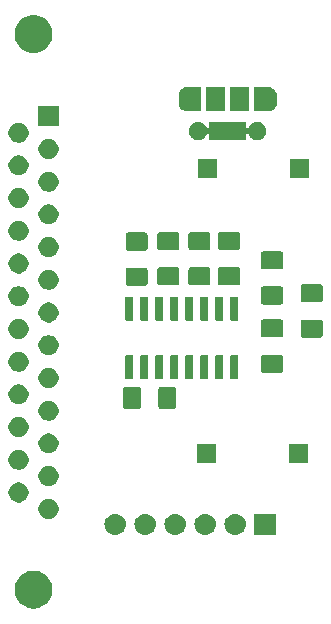
<source format=gbr>
G04 #@! TF.GenerationSoftware,KiCad,Pcbnew,(5.1.4-0-10_14)*
G04 #@! TF.CreationDate,2020-06-27T12:48:12+01:00*
G04 #@! TF.ProjectId,Informer207,496e666f-726d-4657-9232-30372e6b6963,rev?*
G04 #@! TF.SameCoordinates,Original*
G04 #@! TF.FileFunction,Soldermask,Bot*
G04 #@! TF.FilePolarity,Negative*
%FSLAX46Y46*%
G04 Gerber Fmt 4.6, Leading zero omitted, Abs format (unit mm)*
G04 Created by KiCad (PCBNEW (5.1.4-0-10_14)) date 2020-06-27 12:48:12*
%MOMM*%
%LPD*%
G04 APERTURE LIST*
%ADD10C,0.100000*%
G04 APERTURE END LIST*
D10*
G36*
X145941417Y-127246965D02*
G01*
X146212195Y-127300825D01*
X146503558Y-127421512D01*
X146765778Y-127596722D01*
X146988778Y-127819722D01*
X147163988Y-128081942D01*
X147284675Y-128373305D01*
X147346200Y-128682615D01*
X147346200Y-128997985D01*
X147284675Y-129307295D01*
X147163988Y-129598658D01*
X146988778Y-129860878D01*
X146765778Y-130083878D01*
X146503558Y-130259088D01*
X146212195Y-130379775D01*
X145941417Y-130433635D01*
X145902886Y-130441300D01*
X145587514Y-130441300D01*
X145548983Y-130433635D01*
X145278205Y-130379775D01*
X144986842Y-130259088D01*
X144724622Y-130083878D01*
X144501622Y-129860878D01*
X144326412Y-129598658D01*
X144205725Y-129307295D01*
X144144200Y-128997985D01*
X144144200Y-128682615D01*
X144205725Y-128373305D01*
X144326412Y-128081942D01*
X144501622Y-127819722D01*
X144724622Y-127596722D01*
X144986842Y-127421512D01*
X145278205Y-127300825D01*
X145548983Y-127246965D01*
X145587514Y-127239300D01*
X145902886Y-127239300D01*
X145941417Y-127246965D01*
X145941417Y-127246965D01*
G37*
G36*
X166255000Y-124218000D02*
G01*
X164453000Y-124218000D01*
X164453000Y-122416000D01*
X166255000Y-122416000D01*
X166255000Y-124218000D01*
X166255000Y-124218000D01*
G37*
G36*
X162924442Y-122422518D02*
G01*
X162990627Y-122429037D01*
X163160466Y-122480557D01*
X163316991Y-122564222D01*
X163352729Y-122593552D01*
X163454186Y-122676814D01*
X163537448Y-122778271D01*
X163566778Y-122814009D01*
X163650443Y-122970534D01*
X163701963Y-123140373D01*
X163719359Y-123317000D01*
X163701963Y-123493627D01*
X163650443Y-123663466D01*
X163566778Y-123819991D01*
X163537448Y-123855729D01*
X163454186Y-123957186D01*
X163352729Y-124040448D01*
X163316991Y-124069778D01*
X163160466Y-124153443D01*
X162990627Y-124204963D01*
X162924442Y-124211482D01*
X162858260Y-124218000D01*
X162769740Y-124218000D01*
X162703558Y-124211482D01*
X162637373Y-124204963D01*
X162467534Y-124153443D01*
X162311009Y-124069778D01*
X162275271Y-124040448D01*
X162173814Y-123957186D01*
X162090552Y-123855729D01*
X162061222Y-123819991D01*
X161977557Y-123663466D01*
X161926037Y-123493627D01*
X161908641Y-123317000D01*
X161926037Y-123140373D01*
X161977557Y-122970534D01*
X162061222Y-122814009D01*
X162090552Y-122778271D01*
X162173814Y-122676814D01*
X162275271Y-122593552D01*
X162311009Y-122564222D01*
X162467534Y-122480557D01*
X162637373Y-122429037D01*
X162703558Y-122422518D01*
X162769740Y-122416000D01*
X162858260Y-122416000D01*
X162924442Y-122422518D01*
X162924442Y-122422518D01*
G37*
G36*
X160384442Y-122422518D02*
G01*
X160450627Y-122429037D01*
X160620466Y-122480557D01*
X160776991Y-122564222D01*
X160812729Y-122593552D01*
X160914186Y-122676814D01*
X160997448Y-122778271D01*
X161026778Y-122814009D01*
X161110443Y-122970534D01*
X161161963Y-123140373D01*
X161179359Y-123317000D01*
X161161963Y-123493627D01*
X161110443Y-123663466D01*
X161026778Y-123819991D01*
X160997448Y-123855729D01*
X160914186Y-123957186D01*
X160812729Y-124040448D01*
X160776991Y-124069778D01*
X160620466Y-124153443D01*
X160450627Y-124204963D01*
X160384442Y-124211482D01*
X160318260Y-124218000D01*
X160229740Y-124218000D01*
X160163558Y-124211482D01*
X160097373Y-124204963D01*
X159927534Y-124153443D01*
X159771009Y-124069778D01*
X159735271Y-124040448D01*
X159633814Y-123957186D01*
X159550552Y-123855729D01*
X159521222Y-123819991D01*
X159437557Y-123663466D01*
X159386037Y-123493627D01*
X159368641Y-123317000D01*
X159386037Y-123140373D01*
X159437557Y-122970534D01*
X159521222Y-122814009D01*
X159550552Y-122778271D01*
X159633814Y-122676814D01*
X159735271Y-122593552D01*
X159771009Y-122564222D01*
X159927534Y-122480557D01*
X160097373Y-122429037D01*
X160163558Y-122422518D01*
X160229740Y-122416000D01*
X160318260Y-122416000D01*
X160384442Y-122422518D01*
X160384442Y-122422518D01*
G37*
G36*
X157844442Y-122422518D02*
G01*
X157910627Y-122429037D01*
X158080466Y-122480557D01*
X158236991Y-122564222D01*
X158272729Y-122593552D01*
X158374186Y-122676814D01*
X158457448Y-122778271D01*
X158486778Y-122814009D01*
X158570443Y-122970534D01*
X158621963Y-123140373D01*
X158639359Y-123317000D01*
X158621963Y-123493627D01*
X158570443Y-123663466D01*
X158486778Y-123819991D01*
X158457448Y-123855729D01*
X158374186Y-123957186D01*
X158272729Y-124040448D01*
X158236991Y-124069778D01*
X158080466Y-124153443D01*
X157910627Y-124204963D01*
X157844442Y-124211482D01*
X157778260Y-124218000D01*
X157689740Y-124218000D01*
X157623558Y-124211482D01*
X157557373Y-124204963D01*
X157387534Y-124153443D01*
X157231009Y-124069778D01*
X157195271Y-124040448D01*
X157093814Y-123957186D01*
X157010552Y-123855729D01*
X156981222Y-123819991D01*
X156897557Y-123663466D01*
X156846037Y-123493627D01*
X156828641Y-123317000D01*
X156846037Y-123140373D01*
X156897557Y-122970534D01*
X156981222Y-122814009D01*
X157010552Y-122778271D01*
X157093814Y-122676814D01*
X157195271Y-122593552D01*
X157231009Y-122564222D01*
X157387534Y-122480557D01*
X157557373Y-122429037D01*
X157623558Y-122422518D01*
X157689740Y-122416000D01*
X157778260Y-122416000D01*
X157844442Y-122422518D01*
X157844442Y-122422518D01*
G37*
G36*
X155304442Y-122422518D02*
G01*
X155370627Y-122429037D01*
X155540466Y-122480557D01*
X155696991Y-122564222D01*
X155732729Y-122593552D01*
X155834186Y-122676814D01*
X155917448Y-122778271D01*
X155946778Y-122814009D01*
X156030443Y-122970534D01*
X156081963Y-123140373D01*
X156099359Y-123317000D01*
X156081963Y-123493627D01*
X156030443Y-123663466D01*
X155946778Y-123819991D01*
X155917448Y-123855729D01*
X155834186Y-123957186D01*
X155732729Y-124040448D01*
X155696991Y-124069778D01*
X155540466Y-124153443D01*
X155370627Y-124204963D01*
X155304442Y-124211482D01*
X155238260Y-124218000D01*
X155149740Y-124218000D01*
X155083558Y-124211482D01*
X155017373Y-124204963D01*
X154847534Y-124153443D01*
X154691009Y-124069778D01*
X154655271Y-124040448D01*
X154553814Y-123957186D01*
X154470552Y-123855729D01*
X154441222Y-123819991D01*
X154357557Y-123663466D01*
X154306037Y-123493627D01*
X154288641Y-123317000D01*
X154306037Y-123140373D01*
X154357557Y-122970534D01*
X154441222Y-122814009D01*
X154470552Y-122778271D01*
X154553814Y-122676814D01*
X154655271Y-122593552D01*
X154691009Y-122564222D01*
X154847534Y-122480557D01*
X155017373Y-122429037D01*
X155083558Y-122422518D01*
X155149740Y-122416000D01*
X155238260Y-122416000D01*
X155304442Y-122422518D01*
X155304442Y-122422518D01*
G37*
G36*
X152764442Y-122422518D02*
G01*
X152830627Y-122429037D01*
X153000466Y-122480557D01*
X153156991Y-122564222D01*
X153192729Y-122593552D01*
X153294186Y-122676814D01*
X153377448Y-122778271D01*
X153406778Y-122814009D01*
X153490443Y-122970534D01*
X153541963Y-123140373D01*
X153559359Y-123317000D01*
X153541963Y-123493627D01*
X153490443Y-123663466D01*
X153406778Y-123819991D01*
X153377448Y-123855729D01*
X153294186Y-123957186D01*
X153192729Y-124040448D01*
X153156991Y-124069778D01*
X153000466Y-124153443D01*
X152830627Y-124204963D01*
X152764442Y-124211482D01*
X152698260Y-124218000D01*
X152609740Y-124218000D01*
X152543558Y-124211482D01*
X152477373Y-124204963D01*
X152307534Y-124153443D01*
X152151009Y-124069778D01*
X152115271Y-124040448D01*
X152013814Y-123957186D01*
X151930552Y-123855729D01*
X151901222Y-123819991D01*
X151817557Y-123663466D01*
X151766037Y-123493627D01*
X151748641Y-123317000D01*
X151766037Y-123140373D01*
X151817557Y-122970534D01*
X151901222Y-122814009D01*
X151930552Y-122778271D01*
X152013814Y-122676814D01*
X152115271Y-122593552D01*
X152151009Y-122564222D01*
X152307534Y-122480557D01*
X152477373Y-122429037D01*
X152543558Y-122422518D01*
X152609740Y-122416000D01*
X152698260Y-122416000D01*
X152764442Y-122422518D01*
X152764442Y-122422518D01*
G37*
G36*
X147263428Y-121182003D02*
G01*
X147418300Y-121246153D01*
X147557681Y-121339285D01*
X147676215Y-121457819D01*
X147769347Y-121597200D01*
X147833497Y-121752072D01*
X147866200Y-121916484D01*
X147866200Y-122084116D01*
X147833497Y-122248528D01*
X147769347Y-122403400D01*
X147676215Y-122542781D01*
X147557681Y-122661315D01*
X147418300Y-122754447D01*
X147263428Y-122818597D01*
X147099016Y-122851300D01*
X146931384Y-122851300D01*
X146766972Y-122818597D01*
X146612100Y-122754447D01*
X146472719Y-122661315D01*
X146354185Y-122542781D01*
X146261053Y-122403400D01*
X146196903Y-122248528D01*
X146164200Y-122084116D01*
X146164200Y-121916484D01*
X146196903Y-121752072D01*
X146261053Y-121597200D01*
X146354185Y-121457819D01*
X146472719Y-121339285D01*
X146612100Y-121246153D01*
X146766972Y-121182003D01*
X146931384Y-121149300D01*
X147099016Y-121149300D01*
X147263428Y-121182003D01*
X147263428Y-121182003D01*
G37*
G36*
X144723428Y-119797003D02*
G01*
X144878300Y-119861153D01*
X145017681Y-119954285D01*
X145136215Y-120072819D01*
X145229347Y-120212200D01*
X145293497Y-120367072D01*
X145326200Y-120531484D01*
X145326200Y-120699116D01*
X145293497Y-120863528D01*
X145229347Y-121018400D01*
X145136215Y-121157781D01*
X145017681Y-121276315D01*
X144878300Y-121369447D01*
X144723428Y-121433597D01*
X144559016Y-121466300D01*
X144391384Y-121466300D01*
X144226972Y-121433597D01*
X144072100Y-121369447D01*
X143932719Y-121276315D01*
X143814185Y-121157781D01*
X143721053Y-121018400D01*
X143656903Y-120863528D01*
X143624200Y-120699116D01*
X143624200Y-120531484D01*
X143656903Y-120367072D01*
X143721053Y-120212200D01*
X143814185Y-120072819D01*
X143932719Y-119954285D01*
X144072100Y-119861153D01*
X144226972Y-119797003D01*
X144391384Y-119764300D01*
X144559016Y-119764300D01*
X144723428Y-119797003D01*
X144723428Y-119797003D01*
G37*
G36*
X147263428Y-118412003D02*
G01*
X147418300Y-118476153D01*
X147557681Y-118569285D01*
X147676215Y-118687819D01*
X147769347Y-118827200D01*
X147833497Y-118982072D01*
X147866200Y-119146484D01*
X147866200Y-119314116D01*
X147833497Y-119478528D01*
X147769347Y-119633400D01*
X147676215Y-119772781D01*
X147557681Y-119891315D01*
X147418300Y-119984447D01*
X147263428Y-120048597D01*
X147099016Y-120081300D01*
X146931384Y-120081300D01*
X146766972Y-120048597D01*
X146612100Y-119984447D01*
X146472719Y-119891315D01*
X146354185Y-119772781D01*
X146261053Y-119633400D01*
X146196903Y-119478528D01*
X146164200Y-119314116D01*
X146164200Y-119146484D01*
X146196903Y-118982072D01*
X146261053Y-118827200D01*
X146354185Y-118687819D01*
X146472719Y-118569285D01*
X146612100Y-118476153D01*
X146766972Y-118412003D01*
X146931384Y-118379300D01*
X147099016Y-118379300D01*
X147263428Y-118412003D01*
X147263428Y-118412003D01*
G37*
G36*
X144723428Y-117027003D02*
G01*
X144878300Y-117091153D01*
X145017681Y-117184285D01*
X145136215Y-117302819D01*
X145229347Y-117442200D01*
X145293497Y-117597072D01*
X145326200Y-117761484D01*
X145326200Y-117929116D01*
X145293497Y-118093528D01*
X145229347Y-118248400D01*
X145136215Y-118387781D01*
X145017681Y-118506315D01*
X144878300Y-118599447D01*
X144723428Y-118663597D01*
X144559016Y-118696300D01*
X144391384Y-118696300D01*
X144226972Y-118663597D01*
X144072100Y-118599447D01*
X143932719Y-118506315D01*
X143814185Y-118387781D01*
X143721053Y-118248400D01*
X143656903Y-118093528D01*
X143624200Y-117929116D01*
X143624200Y-117761484D01*
X143656903Y-117597072D01*
X143721053Y-117442200D01*
X143814185Y-117302819D01*
X143932719Y-117184285D01*
X144072100Y-117091153D01*
X144226972Y-117027003D01*
X144391384Y-116994300D01*
X144559016Y-116994300D01*
X144723428Y-117027003D01*
X144723428Y-117027003D01*
G37*
G36*
X168999800Y-118149000D02*
G01*
X167397800Y-118149000D01*
X167397800Y-116547000D01*
X168999800Y-116547000D01*
X168999800Y-118149000D01*
X168999800Y-118149000D01*
G37*
G36*
X161199800Y-118149000D02*
G01*
X159597800Y-118149000D01*
X159597800Y-116547000D01*
X161199800Y-116547000D01*
X161199800Y-118149000D01*
X161199800Y-118149000D01*
G37*
G36*
X147263428Y-115642003D02*
G01*
X147418300Y-115706153D01*
X147557681Y-115799285D01*
X147676215Y-115917819D01*
X147769347Y-116057200D01*
X147833497Y-116212072D01*
X147866200Y-116376484D01*
X147866200Y-116544116D01*
X147833497Y-116708528D01*
X147769347Y-116863400D01*
X147676215Y-117002781D01*
X147557681Y-117121315D01*
X147418300Y-117214447D01*
X147263428Y-117278597D01*
X147099016Y-117311300D01*
X146931384Y-117311300D01*
X146766972Y-117278597D01*
X146612100Y-117214447D01*
X146472719Y-117121315D01*
X146354185Y-117002781D01*
X146261053Y-116863400D01*
X146196903Y-116708528D01*
X146164200Y-116544116D01*
X146164200Y-116376484D01*
X146196903Y-116212072D01*
X146261053Y-116057200D01*
X146354185Y-115917819D01*
X146472719Y-115799285D01*
X146612100Y-115706153D01*
X146766972Y-115642003D01*
X146931384Y-115609300D01*
X147099016Y-115609300D01*
X147263428Y-115642003D01*
X147263428Y-115642003D01*
G37*
G36*
X144723428Y-114257003D02*
G01*
X144878300Y-114321153D01*
X145017681Y-114414285D01*
X145136215Y-114532819D01*
X145229347Y-114672200D01*
X145293497Y-114827072D01*
X145326200Y-114991484D01*
X145326200Y-115159116D01*
X145293497Y-115323528D01*
X145229347Y-115478400D01*
X145136215Y-115617781D01*
X145017681Y-115736315D01*
X144878300Y-115829447D01*
X144723428Y-115893597D01*
X144559016Y-115926300D01*
X144391384Y-115926300D01*
X144226972Y-115893597D01*
X144072100Y-115829447D01*
X143932719Y-115736315D01*
X143814185Y-115617781D01*
X143721053Y-115478400D01*
X143656903Y-115323528D01*
X143624200Y-115159116D01*
X143624200Y-114991484D01*
X143656903Y-114827072D01*
X143721053Y-114672200D01*
X143814185Y-114532819D01*
X143932719Y-114414285D01*
X144072100Y-114321153D01*
X144226972Y-114257003D01*
X144391384Y-114224300D01*
X144559016Y-114224300D01*
X144723428Y-114257003D01*
X144723428Y-114257003D01*
G37*
G36*
X147263428Y-112872003D02*
G01*
X147418300Y-112936153D01*
X147557681Y-113029285D01*
X147676215Y-113147819D01*
X147769347Y-113287200D01*
X147833497Y-113442072D01*
X147866200Y-113606484D01*
X147866200Y-113774116D01*
X147833497Y-113938528D01*
X147769347Y-114093400D01*
X147676215Y-114232781D01*
X147557681Y-114351315D01*
X147418300Y-114444447D01*
X147263428Y-114508597D01*
X147099016Y-114541300D01*
X146931384Y-114541300D01*
X146766972Y-114508597D01*
X146612100Y-114444447D01*
X146472719Y-114351315D01*
X146354185Y-114232781D01*
X146261053Y-114093400D01*
X146196903Y-113938528D01*
X146164200Y-113774116D01*
X146164200Y-113606484D01*
X146196903Y-113442072D01*
X146261053Y-113287200D01*
X146354185Y-113147819D01*
X146472719Y-113029285D01*
X146612100Y-112936153D01*
X146766972Y-112872003D01*
X146931384Y-112839300D01*
X147099016Y-112839300D01*
X147263428Y-112872003D01*
X147263428Y-112872003D01*
G37*
G36*
X154714862Y-111676381D02*
G01*
X154749781Y-111686974D01*
X154781963Y-111704176D01*
X154810173Y-111727327D01*
X154833324Y-111755537D01*
X154850526Y-111787719D01*
X154861119Y-111822638D01*
X154865300Y-111865095D01*
X154865300Y-113331305D01*
X154861119Y-113373762D01*
X154850526Y-113408681D01*
X154833324Y-113440863D01*
X154810173Y-113469073D01*
X154781963Y-113492224D01*
X154749781Y-113509426D01*
X154714862Y-113520019D01*
X154672405Y-113524200D01*
X153531195Y-113524200D01*
X153488738Y-113520019D01*
X153453819Y-113509426D01*
X153421637Y-113492224D01*
X153393427Y-113469073D01*
X153370276Y-113440863D01*
X153353074Y-113408681D01*
X153342481Y-113373762D01*
X153338300Y-113331305D01*
X153338300Y-111865095D01*
X153342481Y-111822638D01*
X153353074Y-111787719D01*
X153370276Y-111755537D01*
X153393427Y-111727327D01*
X153421637Y-111704176D01*
X153453819Y-111686974D01*
X153488738Y-111676381D01*
X153531195Y-111672200D01*
X154672405Y-111672200D01*
X154714862Y-111676381D01*
X154714862Y-111676381D01*
G37*
G36*
X157689862Y-111676381D02*
G01*
X157724781Y-111686974D01*
X157756963Y-111704176D01*
X157785173Y-111727327D01*
X157808324Y-111755537D01*
X157825526Y-111787719D01*
X157836119Y-111822638D01*
X157840300Y-111865095D01*
X157840300Y-113331305D01*
X157836119Y-113373762D01*
X157825526Y-113408681D01*
X157808324Y-113440863D01*
X157785173Y-113469073D01*
X157756963Y-113492224D01*
X157724781Y-113509426D01*
X157689862Y-113520019D01*
X157647405Y-113524200D01*
X156506195Y-113524200D01*
X156463738Y-113520019D01*
X156428819Y-113509426D01*
X156396637Y-113492224D01*
X156368427Y-113469073D01*
X156345276Y-113440863D01*
X156328074Y-113408681D01*
X156317481Y-113373762D01*
X156313300Y-113331305D01*
X156313300Y-111865095D01*
X156317481Y-111822638D01*
X156328074Y-111787719D01*
X156345276Y-111755537D01*
X156368427Y-111727327D01*
X156396637Y-111704176D01*
X156428819Y-111686974D01*
X156463738Y-111676381D01*
X156506195Y-111672200D01*
X157647405Y-111672200D01*
X157689862Y-111676381D01*
X157689862Y-111676381D01*
G37*
G36*
X144723428Y-111487003D02*
G01*
X144878300Y-111551153D01*
X145017681Y-111644285D01*
X145136215Y-111762819D01*
X145229347Y-111902200D01*
X145293497Y-112057072D01*
X145326200Y-112221484D01*
X145326200Y-112389116D01*
X145293497Y-112553528D01*
X145229347Y-112708400D01*
X145136215Y-112847781D01*
X145017681Y-112966315D01*
X144878300Y-113059447D01*
X144723428Y-113123597D01*
X144559016Y-113156300D01*
X144391384Y-113156300D01*
X144226972Y-113123597D01*
X144072100Y-113059447D01*
X143932719Y-112966315D01*
X143814185Y-112847781D01*
X143721053Y-112708400D01*
X143656903Y-112553528D01*
X143624200Y-112389116D01*
X143624200Y-112221484D01*
X143656903Y-112057072D01*
X143721053Y-111902200D01*
X143814185Y-111762819D01*
X143932719Y-111644285D01*
X144072100Y-111551153D01*
X144226972Y-111487003D01*
X144391384Y-111454300D01*
X144559016Y-111454300D01*
X144723428Y-111487003D01*
X144723428Y-111487003D01*
G37*
G36*
X147263428Y-110102003D02*
G01*
X147418300Y-110166153D01*
X147557681Y-110259285D01*
X147676215Y-110377819D01*
X147769347Y-110517200D01*
X147833497Y-110672072D01*
X147866200Y-110836484D01*
X147866200Y-111004116D01*
X147833497Y-111168528D01*
X147769347Y-111323400D01*
X147676215Y-111462781D01*
X147557681Y-111581315D01*
X147418300Y-111674447D01*
X147263428Y-111738597D01*
X147099016Y-111771300D01*
X146931384Y-111771300D01*
X146766972Y-111738597D01*
X146612100Y-111674447D01*
X146472719Y-111581315D01*
X146354185Y-111462781D01*
X146261053Y-111323400D01*
X146196903Y-111168528D01*
X146164200Y-111004116D01*
X146164200Y-110836484D01*
X146196903Y-110672072D01*
X146261053Y-110517200D01*
X146354185Y-110377819D01*
X146472719Y-110259285D01*
X146612100Y-110166153D01*
X146766972Y-110102003D01*
X146931384Y-110069300D01*
X147099016Y-110069300D01*
X147263428Y-110102003D01*
X147263428Y-110102003D01*
G37*
G36*
X154112929Y-108975665D02*
G01*
X154134010Y-108982061D01*
X154153446Y-108992449D01*
X154170477Y-109006425D01*
X154184453Y-109023456D01*
X154194841Y-109042892D01*
X154201237Y-109063973D01*
X154204001Y-109092041D01*
X154204001Y-110905761D01*
X154201237Y-110933829D01*
X154194841Y-110954910D01*
X154184453Y-110974346D01*
X154170477Y-110991377D01*
X154153446Y-111005353D01*
X154134010Y-111015741D01*
X154112929Y-111022137D01*
X154084861Y-111024901D01*
X153621141Y-111024901D01*
X153593073Y-111022137D01*
X153571992Y-111015741D01*
X153552556Y-111005353D01*
X153535525Y-110991377D01*
X153521549Y-110974346D01*
X153511161Y-110954910D01*
X153504765Y-110933829D01*
X153502001Y-110905761D01*
X153502001Y-109092041D01*
X153504765Y-109063973D01*
X153511161Y-109042892D01*
X153521549Y-109023456D01*
X153535525Y-109006425D01*
X153552556Y-108992449D01*
X153571992Y-108982061D01*
X153593073Y-108975665D01*
X153621141Y-108972901D01*
X154084861Y-108972901D01*
X154112929Y-108975665D01*
X154112929Y-108975665D01*
G37*
G36*
X155382929Y-108975665D02*
G01*
X155404010Y-108982061D01*
X155423446Y-108992449D01*
X155440477Y-109006425D01*
X155454453Y-109023456D01*
X155464841Y-109042892D01*
X155471237Y-109063973D01*
X155474001Y-109092041D01*
X155474001Y-110905761D01*
X155471237Y-110933829D01*
X155464841Y-110954910D01*
X155454453Y-110974346D01*
X155440477Y-110991377D01*
X155423446Y-111005353D01*
X155404010Y-111015741D01*
X155382929Y-111022137D01*
X155354861Y-111024901D01*
X154891141Y-111024901D01*
X154863073Y-111022137D01*
X154841992Y-111015741D01*
X154822556Y-111005353D01*
X154805525Y-110991377D01*
X154791549Y-110974346D01*
X154781161Y-110954910D01*
X154774765Y-110933829D01*
X154772001Y-110905761D01*
X154772001Y-109092041D01*
X154774765Y-109063973D01*
X154781161Y-109042892D01*
X154791549Y-109023456D01*
X154805525Y-109006425D01*
X154822556Y-108992449D01*
X154841992Y-108982061D01*
X154863073Y-108975665D01*
X154891141Y-108972901D01*
X155354861Y-108972901D01*
X155382929Y-108975665D01*
X155382929Y-108975665D01*
G37*
G36*
X156652929Y-108975665D02*
G01*
X156674010Y-108982061D01*
X156693446Y-108992449D01*
X156710477Y-109006425D01*
X156724453Y-109023456D01*
X156734841Y-109042892D01*
X156741237Y-109063973D01*
X156744001Y-109092041D01*
X156744001Y-110905761D01*
X156741237Y-110933829D01*
X156734841Y-110954910D01*
X156724453Y-110974346D01*
X156710477Y-110991377D01*
X156693446Y-111005353D01*
X156674010Y-111015741D01*
X156652929Y-111022137D01*
X156624861Y-111024901D01*
X156161141Y-111024901D01*
X156133073Y-111022137D01*
X156111992Y-111015741D01*
X156092556Y-111005353D01*
X156075525Y-110991377D01*
X156061549Y-110974346D01*
X156051161Y-110954910D01*
X156044765Y-110933829D01*
X156042001Y-110905761D01*
X156042001Y-109092041D01*
X156044765Y-109063973D01*
X156051161Y-109042892D01*
X156061549Y-109023456D01*
X156075525Y-109006425D01*
X156092556Y-108992449D01*
X156111992Y-108982061D01*
X156133073Y-108975665D01*
X156161141Y-108972901D01*
X156624861Y-108972901D01*
X156652929Y-108975665D01*
X156652929Y-108975665D01*
G37*
G36*
X157922929Y-108975665D02*
G01*
X157944010Y-108982061D01*
X157963446Y-108992449D01*
X157980477Y-109006425D01*
X157994453Y-109023456D01*
X158004841Y-109042892D01*
X158011237Y-109063973D01*
X158014001Y-109092041D01*
X158014001Y-110905761D01*
X158011237Y-110933829D01*
X158004841Y-110954910D01*
X157994453Y-110974346D01*
X157980477Y-110991377D01*
X157963446Y-111005353D01*
X157944010Y-111015741D01*
X157922929Y-111022137D01*
X157894861Y-111024901D01*
X157431141Y-111024901D01*
X157403073Y-111022137D01*
X157381992Y-111015741D01*
X157362556Y-111005353D01*
X157345525Y-110991377D01*
X157331549Y-110974346D01*
X157321161Y-110954910D01*
X157314765Y-110933829D01*
X157312001Y-110905761D01*
X157312001Y-109092041D01*
X157314765Y-109063973D01*
X157321161Y-109042892D01*
X157331549Y-109023456D01*
X157345525Y-109006425D01*
X157362556Y-108992449D01*
X157381992Y-108982061D01*
X157403073Y-108975665D01*
X157431141Y-108972901D01*
X157894861Y-108972901D01*
X157922929Y-108975665D01*
X157922929Y-108975665D01*
G37*
G36*
X159192929Y-108975665D02*
G01*
X159214010Y-108982061D01*
X159233446Y-108992449D01*
X159250477Y-109006425D01*
X159264453Y-109023456D01*
X159274841Y-109042892D01*
X159281237Y-109063973D01*
X159284001Y-109092041D01*
X159284001Y-110905761D01*
X159281237Y-110933829D01*
X159274841Y-110954910D01*
X159264453Y-110974346D01*
X159250477Y-110991377D01*
X159233446Y-111005353D01*
X159214010Y-111015741D01*
X159192929Y-111022137D01*
X159164861Y-111024901D01*
X158701141Y-111024901D01*
X158673073Y-111022137D01*
X158651992Y-111015741D01*
X158632556Y-111005353D01*
X158615525Y-110991377D01*
X158601549Y-110974346D01*
X158591161Y-110954910D01*
X158584765Y-110933829D01*
X158582001Y-110905761D01*
X158582001Y-109092041D01*
X158584765Y-109063973D01*
X158591161Y-109042892D01*
X158601549Y-109023456D01*
X158615525Y-109006425D01*
X158632556Y-108992449D01*
X158651992Y-108982061D01*
X158673073Y-108975665D01*
X158701141Y-108972901D01*
X159164861Y-108972901D01*
X159192929Y-108975665D01*
X159192929Y-108975665D01*
G37*
G36*
X160462929Y-108975665D02*
G01*
X160484010Y-108982061D01*
X160503446Y-108992449D01*
X160520477Y-109006425D01*
X160534453Y-109023456D01*
X160544841Y-109042892D01*
X160551237Y-109063973D01*
X160554001Y-109092041D01*
X160554001Y-110905761D01*
X160551237Y-110933829D01*
X160544841Y-110954910D01*
X160534453Y-110974346D01*
X160520477Y-110991377D01*
X160503446Y-111005353D01*
X160484010Y-111015741D01*
X160462929Y-111022137D01*
X160434861Y-111024901D01*
X159971141Y-111024901D01*
X159943073Y-111022137D01*
X159921992Y-111015741D01*
X159902556Y-111005353D01*
X159885525Y-110991377D01*
X159871549Y-110974346D01*
X159861161Y-110954910D01*
X159854765Y-110933829D01*
X159852001Y-110905761D01*
X159852001Y-109092041D01*
X159854765Y-109063973D01*
X159861161Y-109042892D01*
X159871549Y-109023456D01*
X159885525Y-109006425D01*
X159902556Y-108992449D01*
X159921992Y-108982061D01*
X159943073Y-108975665D01*
X159971141Y-108972901D01*
X160434861Y-108972901D01*
X160462929Y-108975665D01*
X160462929Y-108975665D01*
G37*
G36*
X161732929Y-108975665D02*
G01*
X161754010Y-108982061D01*
X161773446Y-108992449D01*
X161790477Y-109006425D01*
X161804453Y-109023456D01*
X161814841Y-109042892D01*
X161821237Y-109063973D01*
X161824001Y-109092041D01*
X161824001Y-110905761D01*
X161821237Y-110933829D01*
X161814841Y-110954910D01*
X161804453Y-110974346D01*
X161790477Y-110991377D01*
X161773446Y-111005353D01*
X161754010Y-111015741D01*
X161732929Y-111022137D01*
X161704861Y-111024901D01*
X161241141Y-111024901D01*
X161213073Y-111022137D01*
X161191992Y-111015741D01*
X161172556Y-111005353D01*
X161155525Y-110991377D01*
X161141549Y-110974346D01*
X161131161Y-110954910D01*
X161124765Y-110933829D01*
X161122001Y-110905761D01*
X161122001Y-109092041D01*
X161124765Y-109063973D01*
X161131161Y-109042892D01*
X161141549Y-109023456D01*
X161155525Y-109006425D01*
X161172556Y-108992449D01*
X161191992Y-108982061D01*
X161213073Y-108975665D01*
X161241141Y-108972901D01*
X161704861Y-108972901D01*
X161732929Y-108975665D01*
X161732929Y-108975665D01*
G37*
G36*
X163002929Y-108975665D02*
G01*
X163024010Y-108982061D01*
X163043446Y-108992449D01*
X163060477Y-109006425D01*
X163074453Y-109023456D01*
X163084841Y-109042892D01*
X163091237Y-109063973D01*
X163094001Y-109092041D01*
X163094001Y-110905761D01*
X163091237Y-110933829D01*
X163084841Y-110954910D01*
X163074453Y-110974346D01*
X163060477Y-110991377D01*
X163043446Y-111005353D01*
X163024010Y-111015741D01*
X163002929Y-111022137D01*
X162974861Y-111024901D01*
X162511141Y-111024901D01*
X162483073Y-111022137D01*
X162461992Y-111015741D01*
X162442556Y-111005353D01*
X162425525Y-110991377D01*
X162411549Y-110974346D01*
X162401161Y-110954910D01*
X162394765Y-110933829D01*
X162392001Y-110905761D01*
X162392001Y-109092041D01*
X162394765Y-109063973D01*
X162401161Y-109042892D01*
X162411549Y-109023456D01*
X162425525Y-109006425D01*
X162442556Y-108992449D01*
X162461992Y-108982061D01*
X162483073Y-108975665D01*
X162511141Y-108972901D01*
X162974861Y-108972901D01*
X163002929Y-108975665D01*
X163002929Y-108975665D01*
G37*
G36*
X166713762Y-108943281D02*
G01*
X166748681Y-108953874D01*
X166780863Y-108971076D01*
X166809073Y-108994227D01*
X166832224Y-109022437D01*
X166849426Y-109054619D01*
X166860019Y-109089538D01*
X166864200Y-109131995D01*
X166864200Y-110273205D01*
X166860019Y-110315662D01*
X166849426Y-110350581D01*
X166832224Y-110382763D01*
X166809073Y-110410973D01*
X166780863Y-110434124D01*
X166748681Y-110451326D01*
X166713762Y-110461919D01*
X166671305Y-110466100D01*
X165205095Y-110466100D01*
X165162638Y-110461919D01*
X165127719Y-110451326D01*
X165095537Y-110434124D01*
X165067327Y-110410973D01*
X165044176Y-110382763D01*
X165026974Y-110350581D01*
X165016381Y-110315662D01*
X165012200Y-110273205D01*
X165012200Y-109131995D01*
X165016381Y-109089538D01*
X165026974Y-109054619D01*
X165044176Y-109022437D01*
X165067327Y-108994227D01*
X165095537Y-108971076D01*
X165127719Y-108953874D01*
X165162638Y-108943281D01*
X165205095Y-108939100D01*
X166671305Y-108939100D01*
X166713762Y-108943281D01*
X166713762Y-108943281D01*
G37*
G36*
X144723428Y-108717003D02*
G01*
X144878300Y-108781153D01*
X145017681Y-108874285D01*
X145136215Y-108992819D01*
X145229347Y-109132200D01*
X145293497Y-109287072D01*
X145326200Y-109451484D01*
X145326200Y-109619116D01*
X145293497Y-109783528D01*
X145229347Y-109938400D01*
X145136215Y-110077781D01*
X145017681Y-110196315D01*
X144878300Y-110289447D01*
X144723428Y-110353597D01*
X144559016Y-110386300D01*
X144391384Y-110386300D01*
X144226972Y-110353597D01*
X144072100Y-110289447D01*
X143932719Y-110196315D01*
X143814185Y-110077781D01*
X143721053Y-109938400D01*
X143656903Y-109783528D01*
X143624200Y-109619116D01*
X143624200Y-109451484D01*
X143656903Y-109287072D01*
X143721053Y-109132200D01*
X143814185Y-108992819D01*
X143932719Y-108874285D01*
X144072100Y-108781153D01*
X144226972Y-108717003D01*
X144391384Y-108684300D01*
X144559016Y-108684300D01*
X144723428Y-108717003D01*
X144723428Y-108717003D01*
G37*
G36*
X147263428Y-107332003D02*
G01*
X147418300Y-107396153D01*
X147557681Y-107489285D01*
X147676215Y-107607819D01*
X147769347Y-107747200D01*
X147833497Y-107902072D01*
X147866200Y-108066484D01*
X147866200Y-108234116D01*
X147833497Y-108398528D01*
X147769347Y-108553400D01*
X147676215Y-108692781D01*
X147557681Y-108811315D01*
X147418300Y-108904447D01*
X147263428Y-108968597D01*
X147099016Y-109001300D01*
X146931384Y-109001300D01*
X146766972Y-108968597D01*
X146612100Y-108904447D01*
X146472719Y-108811315D01*
X146354185Y-108692781D01*
X146261053Y-108553400D01*
X146196903Y-108398528D01*
X146164200Y-108234116D01*
X146164200Y-108066484D01*
X146196903Y-107902072D01*
X146261053Y-107747200D01*
X146354185Y-107607819D01*
X146472719Y-107489285D01*
X146612100Y-107396153D01*
X146766972Y-107332003D01*
X146931384Y-107299300D01*
X147099016Y-107299300D01*
X147263428Y-107332003D01*
X147263428Y-107332003D01*
G37*
G36*
X144723428Y-105947003D02*
G01*
X144878300Y-106011153D01*
X145017681Y-106104285D01*
X145136215Y-106222819D01*
X145229347Y-106362200D01*
X145293497Y-106517072D01*
X145326200Y-106681484D01*
X145326200Y-106849116D01*
X145293497Y-107013528D01*
X145229347Y-107168400D01*
X145136215Y-107307781D01*
X145017681Y-107426315D01*
X144878300Y-107519447D01*
X144723428Y-107583597D01*
X144559016Y-107616300D01*
X144391384Y-107616300D01*
X144226972Y-107583597D01*
X144072100Y-107519447D01*
X143932719Y-107426315D01*
X143814185Y-107307781D01*
X143721053Y-107168400D01*
X143656903Y-107013528D01*
X143624200Y-106849116D01*
X143624200Y-106681484D01*
X143656903Y-106517072D01*
X143721053Y-106362200D01*
X143814185Y-106222819D01*
X143932719Y-106104285D01*
X144072100Y-106011153D01*
X144226972Y-105947003D01*
X144391384Y-105914300D01*
X144559016Y-105914300D01*
X144723428Y-105947003D01*
X144723428Y-105947003D01*
G37*
G36*
X170066562Y-105974681D02*
G01*
X170101481Y-105985274D01*
X170133663Y-106002476D01*
X170161873Y-106025627D01*
X170185024Y-106053837D01*
X170202226Y-106086019D01*
X170212819Y-106120938D01*
X170217000Y-106163395D01*
X170217000Y-107304605D01*
X170212819Y-107347062D01*
X170202226Y-107381981D01*
X170185024Y-107414163D01*
X170161873Y-107442373D01*
X170133663Y-107465524D01*
X170101481Y-107482726D01*
X170066562Y-107493319D01*
X170024105Y-107497500D01*
X168557895Y-107497500D01*
X168515438Y-107493319D01*
X168480519Y-107482726D01*
X168448337Y-107465524D01*
X168420127Y-107442373D01*
X168396976Y-107414163D01*
X168379774Y-107381981D01*
X168369181Y-107347062D01*
X168365000Y-107304605D01*
X168365000Y-106163395D01*
X168369181Y-106120938D01*
X168379774Y-106086019D01*
X168396976Y-106053837D01*
X168420127Y-106025627D01*
X168448337Y-106002476D01*
X168480519Y-105985274D01*
X168515438Y-105974681D01*
X168557895Y-105970500D01*
X170024105Y-105970500D01*
X170066562Y-105974681D01*
X170066562Y-105974681D01*
G37*
G36*
X166713762Y-105968281D02*
G01*
X166748681Y-105978874D01*
X166780863Y-105996076D01*
X166809073Y-106019227D01*
X166832224Y-106047437D01*
X166849426Y-106079619D01*
X166860019Y-106114538D01*
X166864200Y-106156995D01*
X166864200Y-107298205D01*
X166860019Y-107340662D01*
X166849426Y-107375581D01*
X166832224Y-107407763D01*
X166809073Y-107435973D01*
X166780863Y-107459124D01*
X166748681Y-107476326D01*
X166713762Y-107486919D01*
X166671305Y-107491100D01*
X165205095Y-107491100D01*
X165162638Y-107486919D01*
X165127719Y-107476326D01*
X165095537Y-107459124D01*
X165067327Y-107435973D01*
X165044176Y-107407763D01*
X165026974Y-107375581D01*
X165016381Y-107340662D01*
X165012200Y-107298205D01*
X165012200Y-106156995D01*
X165016381Y-106114538D01*
X165026974Y-106079619D01*
X165044176Y-106047437D01*
X165067327Y-106019227D01*
X165095537Y-105996076D01*
X165127719Y-105978874D01*
X165162638Y-105968281D01*
X165205095Y-105964100D01*
X166671305Y-105964100D01*
X166713762Y-105968281D01*
X166713762Y-105968281D01*
G37*
G36*
X147263428Y-104562003D02*
G01*
X147418300Y-104626153D01*
X147557681Y-104719285D01*
X147676215Y-104837819D01*
X147769347Y-104977200D01*
X147833497Y-105132072D01*
X147866200Y-105296484D01*
X147866200Y-105464116D01*
X147833497Y-105628528D01*
X147769347Y-105783400D01*
X147676215Y-105922781D01*
X147557681Y-106041315D01*
X147418300Y-106134447D01*
X147263428Y-106198597D01*
X147099016Y-106231300D01*
X146931384Y-106231300D01*
X146766972Y-106198597D01*
X146612100Y-106134447D01*
X146472719Y-106041315D01*
X146354185Y-105922781D01*
X146261053Y-105783400D01*
X146196903Y-105628528D01*
X146164200Y-105464116D01*
X146164200Y-105296484D01*
X146196903Y-105132072D01*
X146261053Y-104977200D01*
X146354185Y-104837819D01*
X146472719Y-104719285D01*
X146612100Y-104626153D01*
X146766972Y-104562003D01*
X146931384Y-104529300D01*
X147099016Y-104529300D01*
X147263428Y-104562003D01*
X147263428Y-104562003D01*
G37*
G36*
X163002929Y-104025665D02*
G01*
X163024010Y-104032061D01*
X163043446Y-104042449D01*
X163060477Y-104056425D01*
X163074453Y-104073456D01*
X163084841Y-104092892D01*
X163091237Y-104113973D01*
X163094001Y-104142041D01*
X163094001Y-105955761D01*
X163091237Y-105983829D01*
X163084841Y-106004910D01*
X163074453Y-106024346D01*
X163060477Y-106041377D01*
X163043446Y-106055353D01*
X163024010Y-106065741D01*
X163002929Y-106072137D01*
X162974861Y-106074901D01*
X162511141Y-106074901D01*
X162483073Y-106072137D01*
X162461992Y-106065741D01*
X162442556Y-106055353D01*
X162425525Y-106041377D01*
X162411549Y-106024346D01*
X162401161Y-106004910D01*
X162394765Y-105983829D01*
X162392001Y-105955761D01*
X162392001Y-104142041D01*
X162394765Y-104113973D01*
X162401161Y-104092892D01*
X162411549Y-104073456D01*
X162425525Y-104056425D01*
X162442556Y-104042449D01*
X162461992Y-104032061D01*
X162483073Y-104025665D01*
X162511141Y-104022901D01*
X162974861Y-104022901D01*
X163002929Y-104025665D01*
X163002929Y-104025665D01*
G37*
G36*
X161732929Y-104025665D02*
G01*
X161754010Y-104032061D01*
X161773446Y-104042449D01*
X161790477Y-104056425D01*
X161804453Y-104073456D01*
X161814841Y-104092892D01*
X161821237Y-104113973D01*
X161824001Y-104142041D01*
X161824001Y-105955761D01*
X161821237Y-105983829D01*
X161814841Y-106004910D01*
X161804453Y-106024346D01*
X161790477Y-106041377D01*
X161773446Y-106055353D01*
X161754010Y-106065741D01*
X161732929Y-106072137D01*
X161704861Y-106074901D01*
X161241141Y-106074901D01*
X161213073Y-106072137D01*
X161191992Y-106065741D01*
X161172556Y-106055353D01*
X161155525Y-106041377D01*
X161141549Y-106024346D01*
X161131161Y-106004910D01*
X161124765Y-105983829D01*
X161122001Y-105955761D01*
X161122001Y-104142041D01*
X161124765Y-104113973D01*
X161131161Y-104092892D01*
X161141549Y-104073456D01*
X161155525Y-104056425D01*
X161172556Y-104042449D01*
X161191992Y-104032061D01*
X161213073Y-104025665D01*
X161241141Y-104022901D01*
X161704861Y-104022901D01*
X161732929Y-104025665D01*
X161732929Y-104025665D01*
G37*
G36*
X160462929Y-104025665D02*
G01*
X160484010Y-104032061D01*
X160503446Y-104042449D01*
X160520477Y-104056425D01*
X160534453Y-104073456D01*
X160544841Y-104092892D01*
X160551237Y-104113973D01*
X160554001Y-104142041D01*
X160554001Y-105955761D01*
X160551237Y-105983829D01*
X160544841Y-106004910D01*
X160534453Y-106024346D01*
X160520477Y-106041377D01*
X160503446Y-106055353D01*
X160484010Y-106065741D01*
X160462929Y-106072137D01*
X160434861Y-106074901D01*
X159971141Y-106074901D01*
X159943073Y-106072137D01*
X159921992Y-106065741D01*
X159902556Y-106055353D01*
X159885525Y-106041377D01*
X159871549Y-106024346D01*
X159861161Y-106004910D01*
X159854765Y-105983829D01*
X159852001Y-105955761D01*
X159852001Y-104142041D01*
X159854765Y-104113973D01*
X159861161Y-104092892D01*
X159871549Y-104073456D01*
X159885525Y-104056425D01*
X159902556Y-104042449D01*
X159921992Y-104032061D01*
X159943073Y-104025665D01*
X159971141Y-104022901D01*
X160434861Y-104022901D01*
X160462929Y-104025665D01*
X160462929Y-104025665D01*
G37*
G36*
X159192929Y-104025665D02*
G01*
X159214010Y-104032061D01*
X159233446Y-104042449D01*
X159250477Y-104056425D01*
X159264453Y-104073456D01*
X159274841Y-104092892D01*
X159281237Y-104113973D01*
X159284001Y-104142041D01*
X159284001Y-105955761D01*
X159281237Y-105983829D01*
X159274841Y-106004910D01*
X159264453Y-106024346D01*
X159250477Y-106041377D01*
X159233446Y-106055353D01*
X159214010Y-106065741D01*
X159192929Y-106072137D01*
X159164861Y-106074901D01*
X158701141Y-106074901D01*
X158673073Y-106072137D01*
X158651992Y-106065741D01*
X158632556Y-106055353D01*
X158615525Y-106041377D01*
X158601549Y-106024346D01*
X158591161Y-106004910D01*
X158584765Y-105983829D01*
X158582001Y-105955761D01*
X158582001Y-104142041D01*
X158584765Y-104113973D01*
X158591161Y-104092892D01*
X158601549Y-104073456D01*
X158615525Y-104056425D01*
X158632556Y-104042449D01*
X158651992Y-104032061D01*
X158673073Y-104025665D01*
X158701141Y-104022901D01*
X159164861Y-104022901D01*
X159192929Y-104025665D01*
X159192929Y-104025665D01*
G37*
G36*
X157922929Y-104025665D02*
G01*
X157944010Y-104032061D01*
X157963446Y-104042449D01*
X157980477Y-104056425D01*
X157994453Y-104073456D01*
X158004841Y-104092892D01*
X158011237Y-104113973D01*
X158014001Y-104142041D01*
X158014001Y-105955761D01*
X158011237Y-105983829D01*
X158004841Y-106004910D01*
X157994453Y-106024346D01*
X157980477Y-106041377D01*
X157963446Y-106055353D01*
X157944010Y-106065741D01*
X157922929Y-106072137D01*
X157894861Y-106074901D01*
X157431141Y-106074901D01*
X157403073Y-106072137D01*
X157381992Y-106065741D01*
X157362556Y-106055353D01*
X157345525Y-106041377D01*
X157331549Y-106024346D01*
X157321161Y-106004910D01*
X157314765Y-105983829D01*
X157312001Y-105955761D01*
X157312001Y-104142041D01*
X157314765Y-104113973D01*
X157321161Y-104092892D01*
X157331549Y-104073456D01*
X157345525Y-104056425D01*
X157362556Y-104042449D01*
X157381992Y-104032061D01*
X157403073Y-104025665D01*
X157431141Y-104022901D01*
X157894861Y-104022901D01*
X157922929Y-104025665D01*
X157922929Y-104025665D01*
G37*
G36*
X156652929Y-104025665D02*
G01*
X156674010Y-104032061D01*
X156693446Y-104042449D01*
X156710477Y-104056425D01*
X156724453Y-104073456D01*
X156734841Y-104092892D01*
X156741237Y-104113973D01*
X156744001Y-104142041D01*
X156744001Y-105955761D01*
X156741237Y-105983829D01*
X156734841Y-106004910D01*
X156724453Y-106024346D01*
X156710477Y-106041377D01*
X156693446Y-106055353D01*
X156674010Y-106065741D01*
X156652929Y-106072137D01*
X156624861Y-106074901D01*
X156161141Y-106074901D01*
X156133073Y-106072137D01*
X156111992Y-106065741D01*
X156092556Y-106055353D01*
X156075525Y-106041377D01*
X156061549Y-106024346D01*
X156051161Y-106004910D01*
X156044765Y-105983829D01*
X156042001Y-105955761D01*
X156042001Y-104142041D01*
X156044765Y-104113973D01*
X156051161Y-104092892D01*
X156061549Y-104073456D01*
X156075525Y-104056425D01*
X156092556Y-104042449D01*
X156111992Y-104032061D01*
X156133073Y-104025665D01*
X156161141Y-104022901D01*
X156624861Y-104022901D01*
X156652929Y-104025665D01*
X156652929Y-104025665D01*
G37*
G36*
X155382929Y-104025665D02*
G01*
X155404010Y-104032061D01*
X155423446Y-104042449D01*
X155440477Y-104056425D01*
X155454453Y-104073456D01*
X155464841Y-104092892D01*
X155471237Y-104113973D01*
X155474001Y-104142041D01*
X155474001Y-105955761D01*
X155471237Y-105983829D01*
X155464841Y-106004910D01*
X155454453Y-106024346D01*
X155440477Y-106041377D01*
X155423446Y-106055353D01*
X155404010Y-106065741D01*
X155382929Y-106072137D01*
X155354861Y-106074901D01*
X154891141Y-106074901D01*
X154863073Y-106072137D01*
X154841992Y-106065741D01*
X154822556Y-106055353D01*
X154805525Y-106041377D01*
X154791549Y-106024346D01*
X154781161Y-106004910D01*
X154774765Y-105983829D01*
X154772001Y-105955761D01*
X154772001Y-104142041D01*
X154774765Y-104113973D01*
X154781161Y-104092892D01*
X154791549Y-104073456D01*
X154805525Y-104056425D01*
X154822556Y-104042449D01*
X154841992Y-104032061D01*
X154863073Y-104025665D01*
X154891141Y-104022901D01*
X155354861Y-104022901D01*
X155382929Y-104025665D01*
X155382929Y-104025665D01*
G37*
G36*
X154112929Y-104025665D02*
G01*
X154134010Y-104032061D01*
X154153446Y-104042449D01*
X154170477Y-104056425D01*
X154184453Y-104073456D01*
X154194841Y-104092892D01*
X154201237Y-104113973D01*
X154204001Y-104142041D01*
X154204001Y-105955761D01*
X154201237Y-105983829D01*
X154194841Y-106004910D01*
X154184453Y-106024346D01*
X154170477Y-106041377D01*
X154153446Y-106055353D01*
X154134010Y-106065741D01*
X154112929Y-106072137D01*
X154084861Y-106074901D01*
X153621141Y-106074901D01*
X153593073Y-106072137D01*
X153571992Y-106065741D01*
X153552556Y-106055353D01*
X153535525Y-106041377D01*
X153521549Y-106024346D01*
X153511161Y-106004910D01*
X153504765Y-105983829D01*
X153502001Y-105955761D01*
X153502001Y-104142041D01*
X153504765Y-104113973D01*
X153511161Y-104092892D01*
X153521549Y-104073456D01*
X153535525Y-104056425D01*
X153552556Y-104042449D01*
X153571992Y-104032061D01*
X153593073Y-104025665D01*
X153621141Y-104022901D01*
X154084861Y-104022901D01*
X154112929Y-104025665D01*
X154112929Y-104025665D01*
G37*
G36*
X144723428Y-103177003D02*
G01*
X144878300Y-103241153D01*
X145017681Y-103334285D01*
X145136215Y-103452819D01*
X145229347Y-103592200D01*
X145293497Y-103747072D01*
X145326200Y-103911484D01*
X145326200Y-104079116D01*
X145293497Y-104243528D01*
X145229347Y-104398400D01*
X145136215Y-104537781D01*
X145017681Y-104656315D01*
X144878300Y-104749447D01*
X144723428Y-104813597D01*
X144559016Y-104846300D01*
X144391384Y-104846300D01*
X144226972Y-104813597D01*
X144072100Y-104749447D01*
X143932719Y-104656315D01*
X143814185Y-104537781D01*
X143721053Y-104398400D01*
X143656903Y-104243528D01*
X143624200Y-104079116D01*
X143624200Y-103911484D01*
X143656903Y-103747072D01*
X143721053Y-103592200D01*
X143814185Y-103452819D01*
X143932719Y-103334285D01*
X144072100Y-103241153D01*
X144226972Y-103177003D01*
X144391384Y-103144300D01*
X144559016Y-103144300D01*
X144723428Y-103177003D01*
X144723428Y-103177003D01*
G37*
G36*
X166713762Y-103177481D02*
G01*
X166748681Y-103188074D01*
X166780863Y-103205276D01*
X166809073Y-103228427D01*
X166832224Y-103256637D01*
X166849426Y-103288819D01*
X166860019Y-103323738D01*
X166864200Y-103366195D01*
X166864200Y-104507405D01*
X166860019Y-104549862D01*
X166849426Y-104584781D01*
X166832224Y-104616963D01*
X166809073Y-104645173D01*
X166780863Y-104668324D01*
X166748681Y-104685526D01*
X166713762Y-104696119D01*
X166671305Y-104700300D01*
X165205095Y-104700300D01*
X165162638Y-104696119D01*
X165127719Y-104685526D01*
X165095537Y-104668324D01*
X165067327Y-104645173D01*
X165044176Y-104616963D01*
X165026974Y-104584781D01*
X165016381Y-104549862D01*
X165012200Y-104507405D01*
X165012200Y-103366195D01*
X165016381Y-103323738D01*
X165026974Y-103288819D01*
X165044176Y-103256637D01*
X165067327Y-103228427D01*
X165095537Y-103205276D01*
X165127719Y-103188074D01*
X165162638Y-103177481D01*
X165205095Y-103173300D01*
X166671305Y-103173300D01*
X166713762Y-103177481D01*
X166713762Y-103177481D01*
G37*
G36*
X170066562Y-102999681D02*
G01*
X170101481Y-103010274D01*
X170133663Y-103027476D01*
X170161873Y-103050627D01*
X170185024Y-103078837D01*
X170202226Y-103111019D01*
X170212819Y-103145938D01*
X170217000Y-103188395D01*
X170217000Y-104329605D01*
X170212819Y-104372062D01*
X170202226Y-104406981D01*
X170185024Y-104439163D01*
X170161873Y-104467373D01*
X170133663Y-104490524D01*
X170101481Y-104507726D01*
X170066562Y-104518319D01*
X170024105Y-104522500D01*
X168557895Y-104522500D01*
X168515438Y-104518319D01*
X168480519Y-104507726D01*
X168448337Y-104490524D01*
X168420127Y-104467373D01*
X168396976Y-104439163D01*
X168379774Y-104406981D01*
X168369181Y-104372062D01*
X168365000Y-104329605D01*
X168365000Y-103188395D01*
X168369181Y-103145938D01*
X168379774Y-103111019D01*
X168396976Y-103078837D01*
X168420127Y-103050627D01*
X168448337Y-103027476D01*
X168480519Y-103010274D01*
X168515438Y-102999681D01*
X168557895Y-102995500D01*
X170024105Y-102995500D01*
X170066562Y-102999681D01*
X170066562Y-102999681D01*
G37*
G36*
X147263428Y-101792003D02*
G01*
X147418300Y-101856153D01*
X147557681Y-101949285D01*
X147676215Y-102067819D01*
X147769347Y-102207200D01*
X147833497Y-102362072D01*
X147866200Y-102526484D01*
X147866200Y-102694116D01*
X147833497Y-102858528D01*
X147769347Y-103013400D01*
X147676215Y-103152781D01*
X147557681Y-103271315D01*
X147418300Y-103364447D01*
X147263428Y-103428597D01*
X147099016Y-103461300D01*
X146931384Y-103461300D01*
X146766972Y-103428597D01*
X146612100Y-103364447D01*
X146472719Y-103271315D01*
X146354185Y-103152781D01*
X146261053Y-103013400D01*
X146196903Y-102858528D01*
X146164200Y-102694116D01*
X146164200Y-102526484D01*
X146196903Y-102362072D01*
X146261053Y-102207200D01*
X146354185Y-102067819D01*
X146472719Y-101949285D01*
X146612100Y-101856153D01*
X146766972Y-101792003D01*
X146931384Y-101759300D01*
X147099016Y-101759300D01*
X147263428Y-101792003D01*
X147263428Y-101792003D01*
G37*
G36*
X155245662Y-101580481D02*
G01*
X155280581Y-101591074D01*
X155312763Y-101608276D01*
X155340973Y-101631427D01*
X155364124Y-101659637D01*
X155381326Y-101691819D01*
X155391919Y-101726738D01*
X155396100Y-101769195D01*
X155396100Y-102910405D01*
X155391919Y-102952862D01*
X155381326Y-102987781D01*
X155364124Y-103019963D01*
X155340973Y-103048173D01*
X155312763Y-103071324D01*
X155280581Y-103088526D01*
X155245662Y-103099119D01*
X155203205Y-103103300D01*
X153736995Y-103103300D01*
X153694538Y-103099119D01*
X153659619Y-103088526D01*
X153627437Y-103071324D01*
X153599227Y-103048173D01*
X153576076Y-103019963D01*
X153558874Y-102987781D01*
X153548281Y-102952862D01*
X153544100Y-102910405D01*
X153544100Y-101769195D01*
X153548281Y-101726738D01*
X153558874Y-101691819D01*
X153576076Y-101659637D01*
X153599227Y-101631427D01*
X153627437Y-101608276D01*
X153659619Y-101591074D01*
X153694538Y-101580481D01*
X153736995Y-101576300D01*
X155203205Y-101576300D01*
X155245662Y-101580481D01*
X155245662Y-101580481D01*
G37*
G36*
X160566962Y-101551881D02*
G01*
X160601881Y-101562474D01*
X160634063Y-101579676D01*
X160662273Y-101602827D01*
X160685424Y-101631037D01*
X160702626Y-101663219D01*
X160713219Y-101698138D01*
X160717400Y-101740595D01*
X160717400Y-102881805D01*
X160713219Y-102924262D01*
X160702626Y-102959181D01*
X160685424Y-102991363D01*
X160662273Y-103019573D01*
X160634063Y-103042724D01*
X160601881Y-103059926D01*
X160566962Y-103070519D01*
X160524505Y-103074700D01*
X159058295Y-103074700D01*
X159015838Y-103070519D01*
X158980919Y-103059926D01*
X158948737Y-103042724D01*
X158920527Y-103019573D01*
X158897376Y-102991363D01*
X158880174Y-102959181D01*
X158869581Y-102924262D01*
X158865400Y-102881805D01*
X158865400Y-101740595D01*
X158869581Y-101698138D01*
X158880174Y-101663219D01*
X158897376Y-101631037D01*
X158920527Y-101602827D01*
X158948737Y-101579676D01*
X158980919Y-101562474D01*
X159015838Y-101551881D01*
X159058295Y-101547700D01*
X160524505Y-101547700D01*
X160566962Y-101551881D01*
X160566962Y-101551881D01*
G37*
G36*
X157912662Y-101551881D02*
G01*
X157947581Y-101562474D01*
X157979763Y-101579676D01*
X158007973Y-101602827D01*
X158031124Y-101631037D01*
X158048326Y-101663219D01*
X158058919Y-101698138D01*
X158063100Y-101740595D01*
X158063100Y-102881805D01*
X158058919Y-102924262D01*
X158048326Y-102959181D01*
X158031124Y-102991363D01*
X158007973Y-103019573D01*
X157979763Y-103042724D01*
X157947581Y-103059926D01*
X157912662Y-103070519D01*
X157870205Y-103074700D01*
X156403995Y-103074700D01*
X156361538Y-103070519D01*
X156326619Y-103059926D01*
X156294437Y-103042724D01*
X156266227Y-103019573D01*
X156243076Y-102991363D01*
X156225874Y-102959181D01*
X156215281Y-102924262D01*
X156211100Y-102881805D01*
X156211100Y-101740595D01*
X156215281Y-101698138D01*
X156225874Y-101663219D01*
X156243076Y-101631037D01*
X156266227Y-101602827D01*
X156294437Y-101579676D01*
X156326619Y-101562474D01*
X156361538Y-101551881D01*
X156403995Y-101547700D01*
X157870205Y-101547700D01*
X157912662Y-101551881D01*
X157912662Y-101551881D01*
G37*
G36*
X163068862Y-101539181D02*
G01*
X163103781Y-101549774D01*
X163135963Y-101566976D01*
X163164173Y-101590127D01*
X163187324Y-101618337D01*
X163204526Y-101650519D01*
X163215119Y-101685438D01*
X163219300Y-101727895D01*
X163219300Y-102869105D01*
X163215119Y-102911562D01*
X163204526Y-102946481D01*
X163187324Y-102978663D01*
X163164173Y-103006873D01*
X163135963Y-103030024D01*
X163103781Y-103047226D01*
X163068862Y-103057819D01*
X163026405Y-103062000D01*
X161560195Y-103062000D01*
X161517738Y-103057819D01*
X161482819Y-103047226D01*
X161450637Y-103030024D01*
X161422427Y-103006873D01*
X161399276Y-102978663D01*
X161382074Y-102946481D01*
X161371481Y-102911562D01*
X161367300Y-102869105D01*
X161367300Y-101727895D01*
X161371481Y-101685438D01*
X161382074Y-101650519D01*
X161399276Y-101618337D01*
X161422427Y-101590127D01*
X161450637Y-101566976D01*
X161482819Y-101549774D01*
X161517738Y-101539181D01*
X161560195Y-101535000D01*
X163026405Y-101535000D01*
X163068862Y-101539181D01*
X163068862Y-101539181D01*
G37*
G36*
X144723428Y-100407003D02*
G01*
X144878300Y-100471153D01*
X145017681Y-100564285D01*
X145136215Y-100682819D01*
X145229347Y-100822200D01*
X145293497Y-100977072D01*
X145326200Y-101141484D01*
X145326200Y-101309116D01*
X145293497Y-101473528D01*
X145229347Y-101628400D01*
X145136215Y-101767781D01*
X145017681Y-101886315D01*
X144878300Y-101979447D01*
X144723428Y-102043597D01*
X144559016Y-102076300D01*
X144391384Y-102076300D01*
X144226972Y-102043597D01*
X144072100Y-101979447D01*
X143932719Y-101886315D01*
X143814185Y-101767781D01*
X143721053Y-101628400D01*
X143656903Y-101473528D01*
X143624200Y-101309116D01*
X143624200Y-101141484D01*
X143656903Y-100977072D01*
X143721053Y-100822200D01*
X143814185Y-100682819D01*
X143932719Y-100564285D01*
X144072100Y-100471153D01*
X144226972Y-100407003D01*
X144391384Y-100374300D01*
X144559016Y-100374300D01*
X144723428Y-100407003D01*
X144723428Y-100407003D01*
G37*
G36*
X166713762Y-100202481D02*
G01*
X166748681Y-100213074D01*
X166780863Y-100230276D01*
X166809073Y-100253427D01*
X166832224Y-100281637D01*
X166849426Y-100313819D01*
X166860019Y-100348738D01*
X166864200Y-100391195D01*
X166864200Y-101532405D01*
X166860019Y-101574862D01*
X166849426Y-101609781D01*
X166832224Y-101641963D01*
X166809073Y-101670173D01*
X166780863Y-101693324D01*
X166748681Y-101710526D01*
X166713762Y-101721119D01*
X166671305Y-101725300D01*
X165205095Y-101725300D01*
X165162638Y-101721119D01*
X165127719Y-101710526D01*
X165095537Y-101693324D01*
X165067327Y-101670173D01*
X165044176Y-101641963D01*
X165026974Y-101609781D01*
X165016381Y-101574862D01*
X165012200Y-101532405D01*
X165012200Y-100391195D01*
X165016381Y-100348738D01*
X165026974Y-100313819D01*
X165044176Y-100281637D01*
X165067327Y-100253427D01*
X165095537Y-100230276D01*
X165127719Y-100213074D01*
X165162638Y-100202481D01*
X165205095Y-100198300D01*
X166671305Y-100198300D01*
X166713762Y-100202481D01*
X166713762Y-100202481D01*
G37*
G36*
X147263428Y-99022003D02*
G01*
X147418300Y-99086153D01*
X147557681Y-99179285D01*
X147676215Y-99297819D01*
X147769347Y-99437200D01*
X147833497Y-99592072D01*
X147866200Y-99756484D01*
X147866200Y-99924116D01*
X147833497Y-100088528D01*
X147769347Y-100243400D01*
X147676215Y-100382781D01*
X147557681Y-100501315D01*
X147418300Y-100594447D01*
X147263428Y-100658597D01*
X147099016Y-100691300D01*
X146931384Y-100691300D01*
X146766972Y-100658597D01*
X146612100Y-100594447D01*
X146472719Y-100501315D01*
X146354185Y-100382781D01*
X146261053Y-100243400D01*
X146196903Y-100088528D01*
X146164200Y-99924116D01*
X146164200Y-99756484D01*
X146196903Y-99592072D01*
X146261053Y-99437200D01*
X146354185Y-99297819D01*
X146472719Y-99179285D01*
X146612100Y-99086153D01*
X146766972Y-99022003D01*
X146931384Y-98989300D01*
X147099016Y-98989300D01*
X147263428Y-99022003D01*
X147263428Y-99022003D01*
G37*
G36*
X155245662Y-98605481D02*
G01*
X155280581Y-98616074D01*
X155312763Y-98633276D01*
X155340973Y-98656427D01*
X155364124Y-98684637D01*
X155381326Y-98716819D01*
X155391919Y-98751738D01*
X155396100Y-98794195D01*
X155396100Y-99935405D01*
X155391919Y-99977862D01*
X155381326Y-100012781D01*
X155364124Y-100044963D01*
X155340973Y-100073173D01*
X155312763Y-100096324D01*
X155280581Y-100113526D01*
X155245662Y-100124119D01*
X155203205Y-100128300D01*
X153736995Y-100128300D01*
X153694538Y-100124119D01*
X153659619Y-100113526D01*
X153627437Y-100096324D01*
X153599227Y-100073173D01*
X153576076Y-100044963D01*
X153558874Y-100012781D01*
X153548281Y-99977862D01*
X153544100Y-99935405D01*
X153544100Y-98794195D01*
X153548281Y-98751738D01*
X153558874Y-98716819D01*
X153576076Y-98684637D01*
X153599227Y-98656427D01*
X153627437Y-98633276D01*
X153659619Y-98616074D01*
X153694538Y-98605481D01*
X153736995Y-98601300D01*
X155203205Y-98601300D01*
X155245662Y-98605481D01*
X155245662Y-98605481D01*
G37*
G36*
X157912662Y-98576881D02*
G01*
X157947581Y-98587474D01*
X157979763Y-98604676D01*
X158007973Y-98627827D01*
X158031124Y-98656037D01*
X158048326Y-98688219D01*
X158058919Y-98723138D01*
X158063100Y-98765595D01*
X158063100Y-99906805D01*
X158058919Y-99949262D01*
X158048326Y-99984181D01*
X158031124Y-100016363D01*
X158007973Y-100044573D01*
X157979763Y-100067724D01*
X157947581Y-100084926D01*
X157912662Y-100095519D01*
X157870205Y-100099700D01*
X156403995Y-100099700D01*
X156361538Y-100095519D01*
X156326619Y-100084926D01*
X156294437Y-100067724D01*
X156266227Y-100044573D01*
X156243076Y-100016363D01*
X156225874Y-99984181D01*
X156215281Y-99949262D01*
X156211100Y-99906805D01*
X156211100Y-98765595D01*
X156215281Y-98723138D01*
X156225874Y-98688219D01*
X156243076Y-98656037D01*
X156266227Y-98627827D01*
X156294437Y-98604676D01*
X156326619Y-98587474D01*
X156361538Y-98576881D01*
X156403995Y-98572700D01*
X157870205Y-98572700D01*
X157912662Y-98576881D01*
X157912662Y-98576881D01*
G37*
G36*
X160566962Y-98576881D02*
G01*
X160601881Y-98587474D01*
X160634063Y-98604676D01*
X160662273Y-98627827D01*
X160685424Y-98656037D01*
X160702626Y-98688219D01*
X160713219Y-98723138D01*
X160717400Y-98765595D01*
X160717400Y-99906805D01*
X160713219Y-99949262D01*
X160702626Y-99984181D01*
X160685424Y-100016363D01*
X160662273Y-100044573D01*
X160634063Y-100067724D01*
X160601881Y-100084926D01*
X160566962Y-100095519D01*
X160524505Y-100099700D01*
X159058295Y-100099700D01*
X159015838Y-100095519D01*
X158980919Y-100084926D01*
X158948737Y-100067724D01*
X158920527Y-100044573D01*
X158897376Y-100016363D01*
X158880174Y-99984181D01*
X158869581Y-99949262D01*
X158865400Y-99906805D01*
X158865400Y-98765595D01*
X158869581Y-98723138D01*
X158880174Y-98688219D01*
X158897376Y-98656037D01*
X158920527Y-98627827D01*
X158948737Y-98604676D01*
X158980919Y-98587474D01*
X159015838Y-98576881D01*
X159058295Y-98572700D01*
X160524505Y-98572700D01*
X160566962Y-98576881D01*
X160566962Y-98576881D01*
G37*
G36*
X163068862Y-98564181D02*
G01*
X163103781Y-98574774D01*
X163135963Y-98591976D01*
X163164173Y-98615127D01*
X163187324Y-98643337D01*
X163204526Y-98675519D01*
X163215119Y-98710438D01*
X163219300Y-98752895D01*
X163219300Y-99894105D01*
X163215119Y-99936562D01*
X163204526Y-99971481D01*
X163187324Y-100003663D01*
X163164173Y-100031873D01*
X163135963Y-100055024D01*
X163103781Y-100072226D01*
X163068862Y-100082819D01*
X163026405Y-100087000D01*
X161560195Y-100087000D01*
X161517738Y-100082819D01*
X161482819Y-100072226D01*
X161450637Y-100055024D01*
X161422427Y-100031873D01*
X161399276Y-100003663D01*
X161382074Y-99971481D01*
X161371481Y-99936562D01*
X161367300Y-99894105D01*
X161367300Y-98752895D01*
X161371481Y-98710438D01*
X161382074Y-98675519D01*
X161399276Y-98643337D01*
X161422427Y-98615127D01*
X161450637Y-98591976D01*
X161482819Y-98574774D01*
X161517738Y-98564181D01*
X161560195Y-98560000D01*
X163026405Y-98560000D01*
X163068862Y-98564181D01*
X163068862Y-98564181D01*
G37*
G36*
X144723428Y-97637003D02*
G01*
X144878300Y-97701153D01*
X145017681Y-97794285D01*
X145136215Y-97912819D01*
X145229347Y-98052200D01*
X145293497Y-98207072D01*
X145326200Y-98371484D01*
X145326200Y-98539116D01*
X145293497Y-98703528D01*
X145229347Y-98858400D01*
X145136215Y-98997781D01*
X145017681Y-99116315D01*
X144878300Y-99209447D01*
X144723428Y-99273597D01*
X144559016Y-99306300D01*
X144391384Y-99306300D01*
X144226972Y-99273597D01*
X144072100Y-99209447D01*
X143932719Y-99116315D01*
X143814185Y-98997781D01*
X143721053Y-98858400D01*
X143656903Y-98703528D01*
X143624200Y-98539116D01*
X143624200Y-98371484D01*
X143656903Y-98207072D01*
X143721053Y-98052200D01*
X143814185Y-97912819D01*
X143932719Y-97794285D01*
X144072100Y-97701153D01*
X144226972Y-97637003D01*
X144391384Y-97604300D01*
X144559016Y-97604300D01*
X144723428Y-97637003D01*
X144723428Y-97637003D01*
G37*
G36*
X147263428Y-96252003D02*
G01*
X147418300Y-96316153D01*
X147557681Y-96409285D01*
X147676215Y-96527819D01*
X147769347Y-96667200D01*
X147833497Y-96822072D01*
X147866200Y-96986484D01*
X147866200Y-97154116D01*
X147833497Y-97318528D01*
X147769347Y-97473400D01*
X147676215Y-97612781D01*
X147557681Y-97731315D01*
X147418300Y-97824447D01*
X147263428Y-97888597D01*
X147099016Y-97921300D01*
X146931384Y-97921300D01*
X146766972Y-97888597D01*
X146612100Y-97824447D01*
X146472719Y-97731315D01*
X146354185Y-97612781D01*
X146261053Y-97473400D01*
X146196903Y-97318528D01*
X146164200Y-97154116D01*
X146164200Y-96986484D01*
X146196903Y-96822072D01*
X146261053Y-96667200D01*
X146354185Y-96527819D01*
X146472719Y-96409285D01*
X146612100Y-96316153D01*
X146766972Y-96252003D01*
X146931384Y-96219300D01*
X147099016Y-96219300D01*
X147263428Y-96252003D01*
X147263428Y-96252003D01*
G37*
G36*
X144723428Y-94867003D02*
G01*
X144878300Y-94931153D01*
X145017681Y-95024285D01*
X145136215Y-95142819D01*
X145229347Y-95282200D01*
X145293497Y-95437072D01*
X145326200Y-95601484D01*
X145326200Y-95769116D01*
X145293497Y-95933528D01*
X145229347Y-96088400D01*
X145136215Y-96227781D01*
X145017681Y-96346315D01*
X144878300Y-96439447D01*
X144723428Y-96503597D01*
X144559016Y-96536300D01*
X144391384Y-96536300D01*
X144226972Y-96503597D01*
X144072100Y-96439447D01*
X143932719Y-96346315D01*
X143814185Y-96227781D01*
X143721053Y-96088400D01*
X143656903Y-95933528D01*
X143624200Y-95769116D01*
X143624200Y-95601484D01*
X143656903Y-95437072D01*
X143721053Y-95282200D01*
X143814185Y-95142819D01*
X143932719Y-95024285D01*
X144072100Y-94931153D01*
X144226972Y-94867003D01*
X144391384Y-94834300D01*
X144559016Y-94834300D01*
X144723428Y-94867003D01*
X144723428Y-94867003D01*
G37*
G36*
X147263428Y-93482003D02*
G01*
X147418300Y-93546153D01*
X147557681Y-93639285D01*
X147676215Y-93757819D01*
X147769347Y-93897200D01*
X147833497Y-94052072D01*
X147866200Y-94216484D01*
X147866200Y-94384116D01*
X147833497Y-94548528D01*
X147769347Y-94703400D01*
X147676215Y-94842781D01*
X147557681Y-94961315D01*
X147418300Y-95054447D01*
X147263428Y-95118597D01*
X147099016Y-95151300D01*
X146931384Y-95151300D01*
X146766972Y-95118597D01*
X146612100Y-95054447D01*
X146472719Y-94961315D01*
X146354185Y-94842781D01*
X146261053Y-94703400D01*
X146196903Y-94548528D01*
X146164200Y-94384116D01*
X146164200Y-94216484D01*
X146196903Y-94052072D01*
X146261053Y-93897200D01*
X146354185Y-93757819D01*
X146472719Y-93639285D01*
X146612100Y-93546153D01*
X146766972Y-93482003D01*
X146931384Y-93449300D01*
X147099016Y-93449300D01*
X147263428Y-93482003D01*
X147263428Y-93482003D01*
G37*
G36*
X169076000Y-94019000D02*
G01*
X167474000Y-94019000D01*
X167474000Y-92417000D01*
X169076000Y-92417000D01*
X169076000Y-94019000D01*
X169076000Y-94019000D01*
G37*
G36*
X161276000Y-94019000D02*
G01*
X159674000Y-94019000D01*
X159674000Y-92417000D01*
X161276000Y-92417000D01*
X161276000Y-94019000D01*
X161276000Y-94019000D01*
G37*
G36*
X144723428Y-92097003D02*
G01*
X144878300Y-92161153D01*
X145017681Y-92254285D01*
X145136215Y-92372819D01*
X145229347Y-92512200D01*
X145293497Y-92667072D01*
X145326200Y-92831484D01*
X145326200Y-92999116D01*
X145293497Y-93163528D01*
X145229347Y-93318400D01*
X145136215Y-93457781D01*
X145017681Y-93576315D01*
X144878300Y-93669447D01*
X144723428Y-93733597D01*
X144559016Y-93766300D01*
X144391384Y-93766300D01*
X144226972Y-93733597D01*
X144072100Y-93669447D01*
X143932719Y-93576315D01*
X143814185Y-93457781D01*
X143721053Y-93318400D01*
X143656903Y-93163528D01*
X143624200Y-92999116D01*
X143624200Y-92831484D01*
X143656903Y-92667072D01*
X143721053Y-92512200D01*
X143814185Y-92372819D01*
X143932719Y-92254285D01*
X144072100Y-92161153D01*
X144226972Y-92097003D01*
X144391384Y-92064300D01*
X144559016Y-92064300D01*
X144723428Y-92097003D01*
X144723428Y-92097003D01*
G37*
G36*
X147263428Y-90712003D02*
G01*
X147418300Y-90776153D01*
X147557681Y-90869285D01*
X147676215Y-90987819D01*
X147769347Y-91127200D01*
X147833497Y-91282072D01*
X147866200Y-91446484D01*
X147866200Y-91614116D01*
X147833497Y-91778528D01*
X147769347Y-91933400D01*
X147676215Y-92072781D01*
X147557681Y-92191315D01*
X147418300Y-92284447D01*
X147263428Y-92348597D01*
X147099016Y-92381300D01*
X146931384Y-92381300D01*
X146766972Y-92348597D01*
X146612100Y-92284447D01*
X146472719Y-92191315D01*
X146354185Y-92072781D01*
X146261053Y-91933400D01*
X146196903Y-91778528D01*
X146164200Y-91614116D01*
X146164200Y-91446484D01*
X146196903Y-91282072D01*
X146261053Y-91127200D01*
X146354185Y-90987819D01*
X146472719Y-90869285D01*
X146612100Y-90776153D01*
X146766972Y-90712003D01*
X146931384Y-90679300D01*
X147099016Y-90679300D01*
X147263428Y-90712003D01*
X147263428Y-90712003D01*
G37*
G36*
X144723428Y-89327003D02*
G01*
X144878300Y-89391153D01*
X145017681Y-89484285D01*
X145136215Y-89602819D01*
X145229347Y-89742200D01*
X145293497Y-89897072D01*
X145326200Y-90061484D01*
X145326200Y-90229116D01*
X145293497Y-90393528D01*
X145229347Y-90548400D01*
X145136215Y-90687781D01*
X145017681Y-90806315D01*
X144878300Y-90899447D01*
X144723428Y-90963597D01*
X144559016Y-90996300D01*
X144391384Y-90996300D01*
X144226972Y-90963597D01*
X144072100Y-90899447D01*
X143932719Y-90806315D01*
X143814185Y-90687781D01*
X143721053Y-90548400D01*
X143656903Y-90393528D01*
X143624200Y-90229116D01*
X143624200Y-90061484D01*
X143656903Y-89897072D01*
X143721053Y-89742200D01*
X143814185Y-89602819D01*
X143932719Y-89484285D01*
X144072100Y-89391153D01*
X144226972Y-89327003D01*
X144391384Y-89294300D01*
X144559016Y-89294300D01*
X144723428Y-89327003D01*
X144723428Y-89327003D01*
G37*
G36*
X159905348Y-89260720D02*
G01*
X159905350Y-89260721D01*
X159905351Y-89260721D01*
X160046574Y-89319217D01*
X160046577Y-89319219D01*
X160173669Y-89404139D01*
X160281761Y-89512231D01*
X160338375Y-89596960D01*
X160366683Y-89639326D01*
X160387517Y-89689625D01*
X160399068Y-89711236D01*
X160414614Y-89730178D01*
X160433556Y-89745723D01*
X160455166Y-89757274D01*
X160478615Y-89764387D01*
X160503001Y-89766789D01*
X160527387Y-89764387D01*
X160550836Y-89757274D01*
X160572447Y-89745723D01*
X160591389Y-89730177D01*
X160606934Y-89711235D01*
X160618485Y-89689625D01*
X160625598Y-89666176D01*
X160628000Y-89641790D01*
X160628000Y-89280900D01*
X163730000Y-89280900D01*
X163730000Y-89641790D01*
X163732402Y-89666176D01*
X163739515Y-89689625D01*
X163751066Y-89711236D01*
X163766611Y-89730178D01*
X163785553Y-89745723D01*
X163807164Y-89757274D01*
X163830613Y-89764387D01*
X163854999Y-89766789D01*
X163879385Y-89764387D01*
X163902834Y-89757274D01*
X163924445Y-89745723D01*
X163943387Y-89730178D01*
X163958932Y-89711236D01*
X163970483Y-89689625D01*
X163991317Y-89639326D01*
X164019625Y-89596960D01*
X164076239Y-89512231D01*
X164184331Y-89404139D01*
X164311423Y-89319219D01*
X164311426Y-89319217D01*
X164452649Y-89260721D01*
X164452650Y-89260721D01*
X164452652Y-89260720D01*
X164602569Y-89230900D01*
X164755431Y-89230900D01*
X164905348Y-89260720D01*
X164905350Y-89260721D01*
X164905351Y-89260721D01*
X165046574Y-89319217D01*
X165046577Y-89319219D01*
X165173669Y-89404139D01*
X165281761Y-89512231D01*
X165347957Y-89611300D01*
X165366683Y-89639326D01*
X165419479Y-89766789D01*
X165425180Y-89780552D01*
X165455000Y-89930469D01*
X165455000Y-90083331D01*
X165426002Y-90229116D01*
X165425179Y-90233251D01*
X165366683Y-90374474D01*
X165366682Y-90374475D01*
X165366681Y-90374477D01*
X165281761Y-90501569D01*
X165173669Y-90609661D01*
X165056755Y-90687780D01*
X165046574Y-90694583D01*
X164905351Y-90753079D01*
X164905350Y-90753079D01*
X164905348Y-90753080D01*
X164755431Y-90782900D01*
X164602569Y-90782900D01*
X164452652Y-90753080D01*
X164452650Y-90753079D01*
X164452649Y-90753079D01*
X164311426Y-90694583D01*
X164301245Y-90687780D01*
X164184331Y-90609661D01*
X164076239Y-90501569D01*
X163991318Y-90374475D01*
X163991317Y-90374474D01*
X163970481Y-90324172D01*
X163958932Y-90302564D01*
X163943386Y-90283622D01*
X163924444Y-90268077D01*
X163902834Y-90256526D01*
X163879385Y-90249413D01*
X163854999Y-90247011D01*
X163830613Y-90249413D01*
X163807164Y-90256526D01*
X163785553Y-90268077D01*
X163766611Y-90283623D01*
X163751066Y-90302565D01*
X163739515Y-90324175D01*
X163732402Y-90347624D01*
X163730000Y-90372010D01*
X163730000Y-90732900D01*
X160628000Y-90732900D01*
X160628000Y-90372010D01*
X160625598Y-90347624D01*
X160618485Y-90324175D01*
X160606934Y-90302564D01*
X160591389Y-90283622D01*
X160572447Y-90268077D01*
X160550836Y-90256526D01*
X160527387Y-90249413D01*
X160503001Y-90247011D01*
X160478615Y-90249413D01*
X160455166Y-90256526D01*
X160433555Y-90268077D01*
X160414613Y-90283622D01*
X160399068Y-90302564D01*
X160387519Y-90324172D01*
X160366683Y-90374474D01*
X160366682Y-90374475D01*
X160281761Y-90501569D01*
X160173669Y-90609661D01*
X160056755Y-90687780D01*
X160046574Y-90694583D01*
X159905351Y-90753079D01*
X159905350Y-90753079D01*
X159905348Y-90753080D01*
X159755431Y-90782900D01*
X159602569Y-90782900D01*
X159452652Y-90753080D01*
X159452650Y-90753079D01*
X159452649Y-90753079D01*
X159311426Y-90694583D01*
X159301245Y-90687780D01*
X159184331Y-90609661D01*
X159076239Y-90501569D01*
X158991319Y-90374477D01*
X158991318Y-90374475D01*
X158991317Y-90374474D01*
X158932821Y-90233251D01*
X158931999Y-90229116D01*
X158903000Y-90083331D01*
X158903000Y-89930469D01*
X158932820Y-89780552D01*
X158938521Y-89766789D01*
X158991317Y-89639326D01*
X159010043Y-89611300D01*
X159076239Y-89512231D01*
X159184331Y-89404139D01*
X159311423Y-89319219D01*
X159311426Y-89319217D01*
X159452649Y-89260721D01*
X159452650Y-89260721D01*
X159452652Y-89260720D01*
X159602569Y-89230900D01*
X159755431Y-89230900D01*
X159905348Y-89260720D01*
X159905348Y-89260720D01*
G37*
G36*
X147866200Y-89611300D02*
G01*
X146164200Y-89611300D01*
X146164200Y-87909300D01*
X147866200Y-87909300D01*
X147866200Y-89611300D01*
X147866200Y-89611300D01*
G37*
G36*
X165704862Y-86305298D02*
G01*
X165717114Y-86305900D01*
X165790406Y-86305900D01*
X165807164Y-86314857D01*
X165818707Y-86318987D01*
X165929331Y-86352545D01*
X165929334Y-86352546D01*
X166042424Y-86412994D01*
X166141554Y-86494347D01*
X166222906Y-86593475D01*
X166283354Y-86706564D01*
X166293040Y-86738496D01*
X166320580Y-86829282D01*
X166330000Y-86924927D01*
X166330000Y-87688873D01*
X166320580Y-87784518D01*
X166293040Y-87875304D01*
X166283354Y-87907236D01*
X166222906Y-88020325D01*
X166141554Y-88119454D01*
X166042425Y-88200806D01*
X165929336Y-88261254D01*
X165903693Y-88269032D01*
X165818708Y-88294813D01*
X165796075Y-88304187D01*
X165790518Y-88307900D01*
X165717114Y-88307900D01*
X165704862Y-88308502D01*
X165679000Y-88311049D01*
X165653138Y-88308502D01*
X165640886Y-88307900D01*
X164428000Y-88307900D01*
X164428000Y-86305900D01*
X165640886Y-86305900D01*
X165653138Y-86305298D01*
X165679000Y-86302751D01*
X165704862Y-86305298D01*
X165704862Y-86305298D01*
G37*
G36*
X158704862Y-86305298D02*
G01*
X158717114Y-86305900D01*
X159930000Y-86305900D01*
X159930000Y-88307900D01*
X158717114Y-88307900D01*
X158704862Y-88308502D01*
X158679000Y-88311049D01*
X158653138Y-88308502D01*
X158640886Y-88307900D01*
X158567594Y-88307900D01*
X158550836Y-88298943D01*
X158539299Y-88294815D01*
X158454307Y-88269032D01*
X158428664Y-88261254D01*
X158315575Y-88200806D01*
X158216447Y-88119454D01*
X158135094Y-88020324D01*
X158074646Y-87907235D01*
X158064960Y-87875303D01*
X158037420Y-87784517D01*
X158028000Y-87688872D01*
X158028000Y-86924927D01*
X158037420Y-86829282D01*
X158074645Y-86706568D01*
X158135096Y-86593474D01*
X158216447Y-86494346D01*
X158315576Y-86412994D01*
X158428666Y-86352546D01*
X158428669Y-86352545D01*
X158539290Y-86318988D01*
X158561925Y-86309612D01*
X158567481Y-86305900D01*
X158640886Y-86305900D01*
X158653138Y-86305298D01*
X158679000Y-86302751D01*
X158704862Y-86305298D01*
X158704862Y-86305298D01*
G37*
G36*
X161980000Y-88307900D02*
G01*
X160378000Y-88307900D01*
X160378000Y-86305900D01*
X161980000Y-86305900D01*
X161980000Y-88307900D01*
X161980000Y-88307900D01*
G37*
G36*
X163980000Y-88307900D02*
G01*
X162378000Y-88307900D01*
X162378000Y-86305900D01*
X163980000Y-86305900D01*
X163980000Y-88307900D01*
X163980000Y-88307900D01*
G37*
G36*
X145941417Y-80206965D02*
G01*
X146212195Y-80260825D01*
X146503558Y-80381512D01*
X146765778Y-80556722D01*
X146988778Y-80779722D01*
X147163988Y-81041942D01*
X147284675Y-81333305D01*
X147346200Y-81642615D01*
X147346200Y-81957985D01*
X147284675Y-82267295D01*
X147163988Y-82558658D01*
X146988778Y-82820878D01*
X146765778Y-83043878D01*
X146503558Y-83219088D01*
X146212195Y-83339775D01*
X145941417Y-83393635D01*
X145902886Y-83401300D01*
X145587514Y-83401300D01*
X145548983Y-83393635D01*
X145278205Y-83339775D01*
X144986842Y-83219088D01*
X144724622Y-83043878D01*
X144501622Y-82820878D01*
X144326412Y-82558658D01*
X144205725Y-82267295D01*
X144144200Y-81957985D01*
X144144200Y-81642615D01*
X144205725Y-81333305D01*
X144326412Y-81041942D01*
X144501622Y-80779722D01*
X144724622Y-80556722D01*
X144986842Y-80381512D01*
X145278205Y-80260825D01*
X145548983Y-80206965D01*
X145587514Y-80199300D01*
X145902886Y-80199300D01*
X145941417Y-80206965D01*
X145941417Y-80206965D01*
G37*
M02*

</source>
